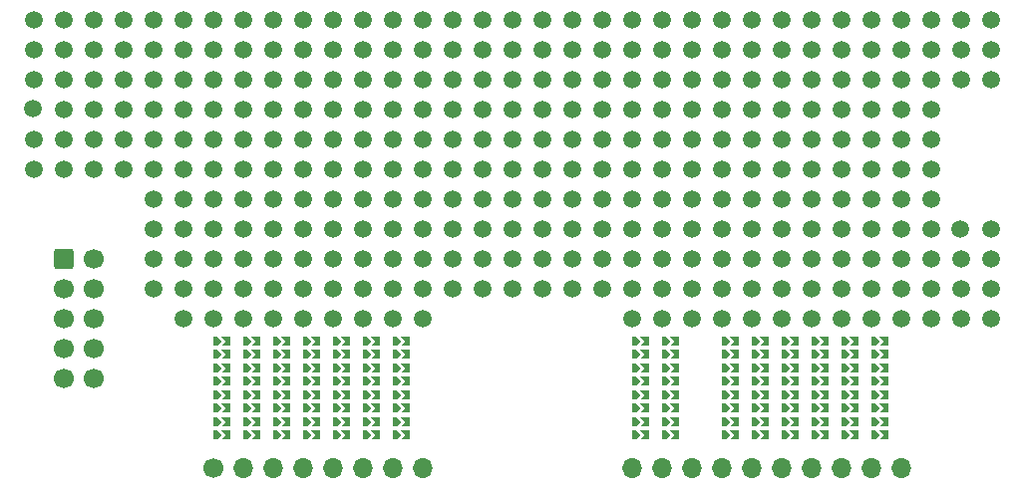
<source format=gbr>
%TF.GenerationSoftware,KiCad,Pcbnew,8.0.2-8.0.2-0~ubuntu22.04.1*%
%TF.CreationDate,2024-05-24T18:45:04+02:00*%
%TF.ProjectId,flipper-debug-devboard,666c6970-7065-4722-9d64-656275672d64,rev?*%
%TF.SameCoordinates,Original*%
%TF.FileFunction,Soldermask,Top*%
%TF.FilePolarity,Negative*%
%FSLAX46Y46*%
G04 Gerber Fmt 4.6, Leading zero omitted, Abs format (unit mm)*
G04 Created by KiCad (PCBNEW 8.0.2-8.0.2-0~ubuntu22.04.1) date 2024-05-24 18:45:04*
%MOMM*%
%LPD*%
G01*
G04 APERTURE LIST*
G04 Aperture macros list*
%AMRoundRect*
0 Rectangle with rounded corners*
0 $1 Rounding radius*
0 $2 $3 $4 $5 $6 $7 $8 $9 X,Y pos of 4 corners*
0 Add a 4 corners polygon primitive as box body*
4,1,4,$2,$3,$4,$5,$6,$7,$8,$9,$2,$3,0*
0 Add four circle primitives for the rounded corners*
1,1,$1+$1,$2,$3*
1,1,$1+$1,$4,$5*
1,1,$1+$1,$6,$7*
1,1,$1+$1,$8,$9*
0 Add four rect primitives between the rounded corners*
20,1,$1+$1,$2,$3,$4,$5,0*
20,1,$1+$1,$4,$5,$6,$7,0*
20,1,$1+$1,$6,$7,$8,$9,0*
20,1,$1+$1,$8,$9,$2,$3,0*%
%AMFreePoly0*
4,1,8,0.191000,0.380500,0.571500,0.000000,0.191000,-0.380500,0.191000,-0.381000,-0.191000,-0.381000,-0.191000,0.381000,0.191000,0.381000,0.191000,0.380500,0.191000,0.380500,$1*%
%AMFreePoly1*
4,1,8,0.191000,-0.381000,-0.191000,-0.381000,-0.571500,-0.381000,-0.191000,-0.000500,-0.191000,0.000500,-0.571500,0.381000,0.191000,0.381000,0.191000,-0.381000,0.191000,-0.381000,$1*%
G04 Aperture macros list end*
%ADD10C,1.500000*%
%ADD11FreePoly0,0.000000*%
%ADD12FreePoly1,0.000000*%
%ADD13RoundRect,0.250000X-0.600000X-0.600000X0.600000X-0.600000X0.600000X0.600000X-0.600000X0.600000X0*%
%ADD14C,1.700000*%
%ADD15O,1.700000X1.700000*%
G04 APERTURE END LIST*
D10*
%TO.C,*%
X149860000Y-104140000D03*
%TD*%
%TO.C,*%
X124460000Y-104140000D03*
%TD*%
%TO.C,*%
X101600000Y-104140000D03*
%TD*%
%TO.C,*%
X142240000Y-104140000D03*
%TD*%
%TO.C,*%
X106680000Y-104140000D03*
%TD*%
%TO.C,*%
X104140000Y-104140000D03*
%TD*%
%TO.C,*%
X73660000Y-104140000D03*
%TD*%
%TO.C,*%
X139700000Y-104140000D03*
%TD*%
%TO.C,*%
X144780000Y-104140000D03*
%TD*%
%TO.C,*%
X127000000Y-104140000D03*
%TD*%
%TO.C,*%
X76200000Y-104140000D03*
%TD*%
%TO.C,*%
X88900000Y-104140000D03*
%TD*%
%TO.C,*%
X99060000Y-104140000D03*
%TD*%
%TO.C,*%
X147320000Y-104140000D03*
%TD*%
%TO.C,*%
X86360000Y-104140000D03*
%TD*%
%TO.C,*%
X132080000Y-104140000D03*
%TD*%
%TO.C,*%
X83820000Y-104140000D03*
%TD*%
%TO.C,*%
X116840000Y-104140000D03*
%TD*%
%TO.C,*%
X93980000Y-104140000D03*
%TD*%
%TO.C,*%
X96520000Y-104140000D03*
%TD*%
%TO.C,*%
X91440000Y-104140000D03*
%TD*%
%TO.C,*%
X134620000Y-104140000D03*
%TD*%
%TO.C,*%
X71120000Y-104140000D03*
%TD*%
%TO.C,*%
X119380000Y-104140000D03*
%TD*%
%TO.C,*%
X81280000Y-104140000D03*
%TD*%
%TO.C,*%
X78740000Y-104140000D03*
%TD*%
%TO.C,*%
X109220000Y-104140000D03*
%TD*%
%TO.C,*%
X137160000Y-104140000D03*
%TD*%
%TO.C,*%
X114300000Y-104140000D03*
%TD*%
%TO.C,*%
X111760000Y-104140000D03*
%TD*%
%TO.C,*%
X152400000Y-104140000D03*
%TD*%
%TO.C,*%
X129540000Y-104140000D03*
%TD*%
%TO.C,*%
X121920000Y-104140000D03*
%TD*%
%TO.C,*%
X149860000Y-106680000D03*
%TD*%
%TO.C,*%
X124460000Y-106680000D03*
%TD*%
%TO.C,*%
X101600000Y-106680000D03*
%TD*%
%TO.C,*%
X142240000Y-106680000D03*
%TD*%
%TO.C,*%
X106680000Y-106680000D03*
%TD*%
%TO.C,*%
X104140000Y-106680000D03*
%TD*%
%TO.C,*%
X73660000Y-106680000D03*
%TD*%
%TO.C,*%
X139700000Y-106680000D03*
%TD*%
%TO.C,*%
X144780000Y-106680000D03*
%TD*%
%TO.C,*%
X127000000Y-106680000D03*
%TD*%
%TO.C,*%
X76200000Y-106680000D03*
%TD*%
%TO.C,*%
X88900000Y-106680000D03*
%TD*%
%TO.C,*%
X99060000Y-106680000D03*
%TD*%
%TO.C,*%
X147320000Y-106680000D03*
%TD*%
%TO.C,*%
X86360000Y-106680000D03*
%TD*%
%TO.C,*%
X132080000Y-106680000D03*
%TD*%
%TO.C,*%
X83820000Y-106680000D03*
%TD*%
%TO.C,*%
X116840000Y-106680000D03*
%TD*%
%TO.C,*%
X93980000Y-106680000D03*
%TD*%
%TO.C,*%
X96520000Y-106680000D03*
%TD*%
%TO.C,*%
X91440000Y-106680000D03*
%TD*%
%TO.C,*%
X134620000Y-106680000D03*
%TD*%
%TO.C,*%
X71120000Y-106680000D03*
%TD*%
%TO.C,*%
X119380000Y-106680000D03*
%TD*%
%TO.C,*%
X81280000Y-106680000D03*
%TD*%
%TO.C,*%
X78740000Y-106680000D03*
%TD*%
%TO.C,*%
X109220000Y-106680000D03*
%TD*%
%TO.C,*%
X137160000Y-106680000D03*
%TD*%
%TO.C,*%
X114300000Y-106680000D03*
%TD*%
%TO.C,*%
X111760000Y-106680000D03*
%TD*%
%TO.C,*%
X152400000Y-106680000D03*
%TD*%
%TO.C,*%
X129540000Y-106680000D03*
%TD*%
%TO.C,*%
X121920000Y-106680000D03*
%TD*%
D11*
%TO.C,REF\u002A\u002A*%
X139890500Y-131445000D03*
D12*
X141033500Y-131445000D03*
%TD*%
D10*
%TO.C,*%
X139700000Y-111760000D03*
%TD*%
%TO.C,*%
X86360000Y-121920000D03*
%TD*%
%TO.C,*%
X142240000Y-116840000D03*
%TD*%
%TO.C,*%
X88900000Y-121920000D03*
%TD*%
D11*
%TO.C,REF\u002A\u002A*%
X86550500Y-137160000D03*
D12*
X87693500Y-137160000D03*
%TD*%
D10*
%TO.C,*%
X134620000Y-111760000D03*
%TD*%
%TO.C,*%
X114300000Y-119380000D03*
%TD*%
%TO.C,*%
X149860000Y-124460000D03*
%TD*%
%TO.C,*%
X139700000Y-116840000D03*
%TD*%
%TO.C,*%
X111760000Y-121920000D03*
%TD*%
%TO.C,*%
X129540000Y-116840000D03*
%TD*%
%TO.C,*%
X152400000Y-109220000D03*
%TD*%
%TO.C,*%
X142240000Y-127000000D03*
%TD*%
D11*
%TO.C,REF\u002A\u002A*%
X129730500Y-134874000D03*
D12*
X130873500Y-134874000D03*
%TD*%
D10*
%TO.C,*%
X124460000Y-114300000D03*
%TD*%
%TO.C,*%
X114300000Y-116840000D03*
%TD*%
%TO.C,*%
X142240000Y-124460000D03*
%TD*%
%TO.C,*%
X119380000Y-119380000D03*
%TD*%
%TO.C,*%
X149839316Y-121912195D03*
%TD*%
%TO.C,*%
X109220000Y-119380000D03*
%TD*%
D11*
%TO.C,REF\u002A\u002A*%
X101790500Y-139446000D03*
D12*
X102933500Y-139446000D03*
%TD*%
D11*
%TO.C,REF\u002A\u002A*%
X137350500Y-132588000D03*
D12*
X138493500Y-132588000D03*
%TD*%
D10*
%TO.C,*%
X152400000Y-121920000D03*
%TD*%
D11*
%TO.C,REF\u002A\u002A*%
X137350500Y-131445000D03*
D12*
X138493500Y-131445000D03*
%TD*%
D10*
%TO.C,*%
X132080000Y-121920000D03*
%TD*%
%TO.C,*%
X93980000Y-119380000D03*
%TD*%
%TO.C,*%
X76200000Y-111760000D03*
%TD*%
%TO.C,*%
X149860000Y-129540000D03*
%TD*%
D11*
%TO.C,REF\u002A\u002A*%
X94170500Y-133731000D03*
D12*
X95313500Y-133731000D03*
%TD*%
D10*
%TO.C,*%
X88900000Y-124460000D03*
%TD*%
%TO.C,*%
X93980000Y-127000000D03*
%TD*%
D11*
%TO.C,REF\u002A\u002A*%
X139890500Y-132588000D03*
D12*
X141033500Y-132588000D03*
%TD*%
D10*
%TO.C,*%
X91440000Y-124460000D03*
%TD*%
D11*
%TO.C,REF\u002A\u002A*%
X132270500Y-137160000D03*
D12*
X133413500Y-137160000D03*
%TD*%
D10*
%TO.C,*%
X88900000Y-129540000D03*
%TD*%
%TO.C,*%
X109220000Y-116840000D03*
%TD*%
D11*
%TO.C,REF\u002A\u002A*%
X142430500Y-132588000D03*
D12*
X143573500Y-132588000D03*
%TD*%
D10*
%TO.C,*%
X114300000Y-121920000D03*
%TD*%
%TO.C,*%
X93980000Y-116840000D03*
%TD*%
%TO.C,*%
X147320000Y-116840000D03*
%TD*%
%TO.C,*%
X129540000Y-109220000D03*
%TD*%
%TO.C,*%
X111760000Y-124460000D03*
%TD*%
D13*
%TO.C,REF1*%
X73660000Y-124460000D03*
D14*
X76200000Y-124460000D03*
X73660000Y-127000000D03*
X76200000Y-127000000D03*
X73660000Y-129540000D03*
X76200000Y-129540000D03*
X73660000Y-132080000D03*
X76200000Y-132080000D03*
X73660000Y-134620000D03*
X76200000Y-134620000D03*
%TD*%
D10*
%TO.C,*%
X139700000Y-114300000D03*
%TD*%
D11*
%TO.C,REF\u002A\u002A*%
X86550500Y-134874000D03*
D12*
X87693500Y-134874000D03*
%TD*%
D11*
%TO.C,REF\u002A\u002A*%
X101790500Y-138303000D03*
D12*
X102933500Y-138303000D03*
%TD*%
D10*
%TO.C,*%
X106680000Y-114300000D03*
%TD*%
%TO.C,*%
X134620000Y-129540000D03*
%TD*%
%TO.C,*%
X111760000Y-116840000D03*
%TD*%
%TO.C,*%
X121920000Y-109220000D03*
%TD*%
D11*
%TO.C,REF\u002A\u002A*%
X86550500Y-132588000D03*
D12*
X87693500Y-132588000D03*
%TD*%
D10*
%TO.C,*%
X106680000Y-124460000D03*
%TD*%
D11*
%TO.C,REF\u002A\u002A*%
X124650500Y-136017000D03*
D12*
X125793500Y-136017000D03*
%TD*%
D11*
%TO.C,REF\u002A\u002A*%
X122110500Y-134874000D03*
D12*
X123253500Y-134874000D03*
%TD*%
D10*
%TO.C,*%
X121920000Y-116840000D03*
%TD*%
%TO.C,*%
X111760000Y-109220000D03*
%TD*%
%TO.C,*%
X144780000Y-121920000D03*
%TD*%
%TO.C,*%
X114300000Y-109220000D03*
%TD*%
%TO.C,*%
X142240000Y-129540000D03*
%TD*%
%TO.C,*%
X124460000Y-127000000D03*
%TD*%
%TO.C,*%
X104140000Y-121920000D03*
%TD*%
D11*
%TO.C,REF\u002A\u002A*%
X129730500Y-132588000D03*
D12*
X130873500Y-132588000D03*
%TD*%
D11*
%TO.C,REF\u002A\u002A*%
X89090500Y-132588000D03*
D12*
X90233500Y-132588000D03*
%TD*%
D10*
%TO.C,*%
X73660000Y-116840000D03*
%TD*%
%TO.C,*%
X144780000Y-119380000D03*
%TD*%
D11*
%TO.C,REF\u002A\u002A*%
X101790500Y-136017000D03*
D12*
X102933500Y-136017000D03*
%TD*%
D10*
%TO.C,*%
X137160000Y-109220000D03*
%TD*%
D11*
%TO.C,REF\u002A\u002A*%
X132270500Y-132588000D03*
D12*
X133413500Y-132588000D03*
%TD*%
D10*
%TO.C,*%
X139700000Y-121920000D03*
%TD*%
D11*
%TO.C,REF\u002A\u002A*%
X122110500Y-137160000D03*
D12*
X123253500Y-137160000D03*
%TD*%
D10*
%TO.C,*%
X106680000Y-121920000D03*
%TD*%
D11*
%TO.C,REF\u002A\u002A*%
X89090500Y-139446000D03*
D12*
X90233500Y-139446000D03*
%TD*%
D10*
%TO.C,*%
X88900000Y-119380000D03*
%TD*%
%TO.C,*%
X83820000Y-119380000D03*
%TD*%
%TO.C,*%
X104140000Y-116840000D03*
%TD*%
%TO.C,*%
X121920000Y-124460000D03*
%TD*%
D11*
%TO.C,REF\u002A\u002A*%
X89090500Y-134874000D03*
D12*
X90233500Y-134874000D03*
%TD*%
D11*
%TO.C,REF\u002A\u002A*%
X96710500Y-139446000D03*
D12*
X97853500Y-139446000D03*
%TD*%
D11*
%TO.C,REF\u002A\u002A*%
X86550500Y-131445000D03*
D12*
X87693500Y-131445000D03*
%TD*%
D10*
%TO.C,*%
X119380000Y-127000000D03*
%TD*%
%TO.C,*%
X116840000Y-127000000D03*
%TD*%
D11*
%TO.C,REF\u002A\u002A*%
X132270500Y-138303000D03*
D12*
X133413500Y-138303000D03*
%TD*%
D10*
%TO.C,*%
X93980000Y-114300000D03*
%TD*%
D11*
%TO.C,REF\u002A\u002A*%
X96710500Y-136017000D03*
D12*
X97853500Y-136017000D03*
%TD*%
D10*
%TO.C,*%
X71120000Y-116840000D03*
%TD*%
%TO.C,*%
X83820000Y-121920000D03*
%TD*%
D11*
%TO.C,REF\u002A\u002A*%
X91630500Y-131445000D03*
D12*
X92773500Y-131445000D03*
%TD*%
D10*
%TO.C,*%
X139700000Y-119380000D03*
%TD*%
%TO.C,*%
X114300000Y-124460000D03*
%TD*%
%TO.C,*%
X144780000Y-111760000D03*
%TD*%
D11*
%TO.C,REF\u002A\u002A*%
X91630500Y-137160000D03*
D12*
X92773500Y-137160000D03*
%TD*%
D11*
%TO.C,REF\u002A\u002A*%
X86550500Y-139446000D03*
D12*
X87693500Y-139446000D03*
%TD*%
D10*
%TO.C,*%
X101600000Y-127000000D03*
%TD*%
%TO.C,*%
X124460000Y-111760000D03*
%TD*%
D11*
%TO.C,REF\u002A\u002A*%
X124650500Y-139446000D03*
D12*
X125793500Y-139446000D03*
%TD*%
D10*
%TO.C,*%
X114300000Y-127000000D03*
%TD*%
%TO.C,*%
X109220000Y-109220000D03*
%TD*%
%TO.C,*%
X134620000Y-124460000D03*
%TD*%
%TO.C,*%
X142240000Y-121920000D03*
%TD*%
%TO.C,*%
X104140000Y-111760000D03*
%TD*%
%TO.C,*%
X96520000Y-127000000D03*
%TD*%
D11*
%TO.C,REF\u002A\u002A*%
X124650500Y-132588000D03*
D12*
X125793500Y-132588000D03*
%TD*%
D10*
%TO.C,*%
X132080000Y-114300000D03*
%TD*%
%TO.C,*%
X116840000Y-124460000D03*
%TD*%
%TO.C,*%
X137160000Y-129540000D03*
%TD*%
%TO.C,*%
X96520000Y-114300000D03*
%TD*%
%TO.C,*%
X88900000Y-127000000D03*
%TD*%
%TO.C,*%
X86360000Y-114300000D03*
%TD*%
%TO.C,*%
X147320000Y-111760000D03*
%TD*%
%TO.C,*%
X137160000Y-114300000D03*
%TD*%
D11*
%TO.C,REF\u002A\u002A*%
X96710500Y-134874000D03*
D12*
X97853500Y-134874000D03*
%TD*%
D10*
%TO.C,*%
X83820000Y-124460000D03*
%TD*%
%TO.C,*%
X129540000Y-129540000D03*
%TD*%
%TO.C,*%
X86360000Y-127000000D03*
%TD*%
%TO.C,*%
X137160000Y-121920000D03*
%TD*%
%TO.C,*%
X132080000Y-119380000D03*
%TD*%
D11*
%TO.C,REF\u002A\u002A*%
X132270500Y-136017000D03*
D12*
X133413500Y-136017000D03*
%TD*%
D10*
%TO.C,*%
X147320000Y-114300000D03*
%TD*%
D11*
%TO.C,REF\u002A\u002A*%
X137350500Y-139446000D03*
D12*
X138493500Y-139446000D03*
%TD*%
D10*
%TO.C,*%
X144780000Y-114300000D03*
%TD*%
%TO.C,*%
X119380000Y-121920000D03*
%TD*%
D11*
%TO.C,REF\u002A\u002A*%
X94170500Y-132588000D03*
D12*
X95313500Y-132588000D03*
%TD*%
D10*
%TO.C,*%
X78740000Y-109220000D03*
%TD*%
%TO.C,*%
X101600000Y-129540000D03*
%TD*%
D11*
%TO.C,REF\u002A\u002A*%
X142430500Y-136017000D03*
D12*
X143573500Y-136017000D03*
%TD*%
D11*
%TO.C,REF\u002A\u002A*%
X99250500Y-134874000D03*
D12*
X100393500Y-134874000D03*
%TD*%
D11*
%TO.C,REF\u002A\u002A*%
X99250500Y-137160000D03*
D12*
X100393500Y-137160000D03*
%TD*%
D10*
%TO.C,*%
X96520000Y-129540000D03*
%TD*%
%TO.C,*%
X119380000Y-111760000D03*
%TD*%
D11*
%TO.C,REF\u002A\u002A*%
X91630500Y-133731000D03*
D12*
X92773500Y-133731000D03*
%TD*%
D10*
%TO.C,*%
X111760000Y-114300000D03*
%TD*%
D11*
%TO.C,REF\u002A\u002A*%
X122110500Y-139446000D03*
D12*
X123253500Y-139446000D03*
%TD*%
D10*
%TO.C,*%
X132080000Y-127000000D03*
%TD*%
%TO.C,*%
X81280000Y-109220000D03*
%TD*%
D11*
%TO.C,REF\u002A\u002A*%
X96710500Y-133731000D03*
D12*
X97853500Y-133731000D03*
%TD*%
D10*
%TO.C,*%
X119380000Y-109220000D03*
%TD*%
%TO.C,*%
X71120000Y-109220000D03*
%TD*%
%TO.C,*%
X86360000Y-119380000D03*
%TD*%
%TO.C,*%
X81280000Y-116840000D03*
%TD*%
%TO.C,*%
X134620000Y-109220000D03*
%TD*%
%TO.C,*%
X71095966Y-111688191D03*
%TD*%
D11*
%TO.C,REF\u002A\u002A*%
X139890500Y-139446000D03*
D12*
X141033500Y-139446000D03*
%TD*%
D10*
%TO.C,*%
X104140000Y-119380000D03*
%TD*%
D11*
%TO.C,REF\u002A\u002A*%
X134810500Y-136017000D03*
D12*
X135953500Y-136017000D03*
%TD*%
D10*
%TO.C,*%
X152400000Y-124460000D03*
%TD*%
D11*
%TO.C,REF\u002A\u002A*%
X139890500Y-134874000D03*
D12*
X141033500Y-134874000D03*
%TD*%
D10*
%TO.C,*%
X116840000Y-119380000D03*
%TD*%
%TO.C,*%
X142240000Y-111760000D03*
%TD*%
D11*
%TO.C,REF\u002A\u002A*%
X129730500Y-133731000D03*
D12*
X130873500Y-133731000D03*
%TD*%
D11*
%TO.C,REF\u002A\u002A*%
X139890500Y-138303000D03*
D12*
X141033500Y-138303000D03*
%TD*%
D10*
%TO.C,*%
X127000000Y-114300000D03*
%TD*%
%TO.C,*%
X71120000Y-114300000D03*
%TD*%
%TO.C,*%
X91440000Y-111760000D03*
%TD*%
%TO.C,*%
X73660000Y-114300000D03*
%TD*%
D11*
%TO.C,REF\u002A\u002A*%
X94170500Y-131445000D03*
D12*
X95313500Y-131445000D03*
%TD*%
D11*
%TO.C,REF\u002A\u002A*%
X137350500Y-137160000D03*
D12*
X138493500Y-137160000D03*
%TD*%
D10*
%TO.C,*%
X127000000Y-124460000D03*
%TD*%
%TO.C,*%
X116840000Y-121920000D03*
%TD*%
%TO.C,*%
X91440000Y-109220000D03*
%TD*%
%TO.C,*%
X134620000Y-121920000D03*
%TD*%
%TO.C,*%
X116840000Y-111760000D03*
%TD*%
D11*
%TO.C,REF\u002A\u002A*%
X101790500Y-137160000D03*
D12*
X102933500Y-137160000D03*
%TD*%
D10*
%TO.C,*%
X101600000Y-124460000D03*
%TD*%
%TO.C,*%
X137160000Y-111760000D03*
%TD*%
%TO.C,*%
X127000000Y-116840000D03*
%TD*%
%TO.C,*%
X106680000Y-116840000D03*
%TD*%
%TO.C,*%
X127000000Y-127000000D03*
%TD*%
%TO.C,*%
X96520000Y-109220000D03*
%TD*%
D11*
%TO.C,REF\u002A\u002A*%
X99250500Y-133731000D03*
D12*
X100393500Y-133731000D03*
%TD*%
D10*
%TO.C,*%
X127000000Y-129540000D03*
%TD*%
%TO.C,*%
X137160000Y-127000000D03*
%TD*%
%TO.C,*%
X78740000Y-116840000D03*
%TD*%
%TO.C,*%
X139700000Y-129540000D03*
%TD*%
%TO.C,*%
X99060000Y-124460000D03*
%TD*%
%TO.C,*%
X124460000Y-119380000D03*
%TD*%
%TO.C,*%
X147320000Y-119380000D03*
%TD*%
%TO.C,*%
X144780000Y-129540000D03*
%TD*%
%TO.C,*%
X119380000Y-116840000D03*
%TD*%
D11*
%TO.C,REF\u002A\u002A*%
X142430500Y-138303000D03*
D12*
X143573500Y-138303000D03*
%TD*%
D11*
%TO.C,REF\u002A\u002A*%
X122110500Y-136017000D03*
D12*
X123253500Y-136017000D03*
%TD*%
D11*
%TO.C,REF\u002A\u002A*%
X139890500Y-137160000D03*
D12*
X141033500Y-137160000D03*
%TD*%
D10*
%TO.C,*%
X116840000Y-114300000D03*
%TD*%
D11*
%TO.C,REF\u002A\u002A*%
X124650500Y-138303000D03*
D12*
X125793500Y-138303000D03*
%TD*%
D11*
%TO.C,REF\u002A\u002A*%
X91630500Y-138303000D03*
D12*
X92773500Y-138303000D03*
%TD*%
D10*
%TO.C,*%
X129540000Y-127000000D03*
%TD*%
%TO.C,*%
X91440000Y-119380000D03*
%TD*%
%TO.C,*%
X147320000Y-129540000D03*
%TD*%
D11*
%TO.C,REF\u002A\u002A*%
X132270500Y-131445000D03*
D12*
X133413500Y-131445000D03*
%TD*%
D10*
%TO.C,*%
X116840000Y-116840000D03*
%TD*%
%TO.C,*%
X132080000Y-129540000D03*
%TD*%
D11*
%TO.C,REF\u002A\u002A*%
X89090500Y-138303000D03*
D12*
X90233500Y-138303000D03*
%TD*%
D11*
%TO.C,REF\u002A\u002A*%
X134810500Y-134874000D03*
D12*
X135953500Y-134874000D03*
%TD*%
D10*
%TO.C,*%
X83820000Y-116840000D03*
%TD*%
%TO.C,*%
X93980000Y-109220000D03*
%TD*%
D11*
%TO.C,REF\u002A\u002A*%
X96710500Y-138303000D03*
D12*
X97853500Y-138303000D03*
%TD*%
D10*
%TO.C,*%
X81280000Y-124460000D03*
%TD*%
%TO.C,*%
X101600000Y-119380000D03*
%TD*%
%TO.C,*%
X127000000Y-111760000D03*
%TD*%
%TO.C,*%
X121920000Y-119380000D03*
%TD*%
%TO.C,*%
X116840000Y-109220000D03*
%TD*%
D11*
%TO.C,REF\u002A\u002A*%
X96710500Y-131445000D03*
D12*
X97853500Y-131445000D03*
%TD*%
D10*
%TO.C,*%
X81280000Y-111760000D03*
%TD*%
D11*
%TO.C,REF\u002A\u002A*%
X134810500Y-133731000D03*
D12*
X135953500Y-133731000D03*
%TD*%
D11*
%TO.C,REF\u002A\u002A*%
X139890500Y-133731000D03*
D12*
X141033500Y-133731000D03*
%TD*%
D10*
%TO.C,*%
X86360000Y-129540000D03*
%TD*%
%TO.C,*%
X83820000Y-114300000D03*
%TD*%
%TO.C,*%
X99060000Y-119380000D03*
%TD*%
D11*
%TO.C,REF\u002A\u002A*%
X101790500Y-132588000D03*
D12*
X102933500Y-132588000D03*
%TD*%
D10*
%TO.C,*%
X109220000Y-121920000D03*
%TD*%
D11*
%TO.C,REF\u002A\u002A*%
X91630500Y-136017000D03*
D12*
X92773500Y-136017000D03*
%TD*%
D11*
%TO.C,REF\u002A\u002A*%
X134810500Y-138303000D03*
D12*
X135953500Y-138303000D03*
%TD*%
D10*
%TO.C,*%
X129540000Y-119380000D03*
%TD*%
%TO.C,*%
X83820000Y-109220000D03*
%TD*%
D11*
%TO.C,REF\u002A\u002A*%
X101790500Y-131445000D03*
D12*
X102933500Y-131445000D03*
%TD*%
D10*
%TO.C,*%
X129540000Y-114300000D03*
%TD*%
%TO.C,*%
X132080000Y-109220000D03*
%TD*%
%TO.C,*%
X83820000Y-127000000D03*
%TD*%
D11*
%TO.C,REF\u002A\u002A*%
X129730500Y-139446000D03*
D12*
X130873500Y-139446000D03*
%TD*%
D10*
%TO.C,*%
X91440000Y-127000000D03*
%TD*%
%TO.C,*%
X99060000Y-111760000D03*
%TD*%
D11*
%TO.C,REF\u002A\u002A*%
X142430500Y-139446000D03*
D12*
X143573500Y-139446000D03*
%TD*%
D10*
%TO.C,*%
X96520000Y-116840000D03*
%TD*%
%TO.C,*%
X101600000Y-121920000D03*
%TD*%
D11*
%TO.C,REF\u002A\u002A*%
X86550500Y-133731000D03*
D12*
X87693500Y-133731000D03*
%TD*%
D10*
%TO.C,*%
X93980000Y-129540000D03*
%TD*%
%TO.C,*%
X86360000Y-109220000D03*
%TD*%
%TO.C,*%
X101600000Y-114300000D03*
%TD*%
%TO.C,*%
X96520000Y-121920000D03*
%TD*%
%TO.C,*%
X83820000Y-111760000D03*
%TD*%
%TO.C,*%
X88900000Y-111760000D03*
%TD*%
%TO.C,*%
X121920000Y-121920000D03*
%TD*%
%TO.C,*%
X124460000Y-121920000D03*
%TD*%
%TO.C,*%
X147320000Y-109220000D03*
%TD*%
%TO.C,*%
X91440000Y-129540000D03*
%TD*%
D11*
%TO.C,REF\u002A\u002A*%
X124650500Y-131445000D03*
D12*
X125793500Y-131445000D03*
%TD*%
D10*
%TO.C,*%
X124460000Y-124460000D03*
%TD*%
%TO.C,*%
X99060000Y-109220000D03*
%TD*%
%TO.C,*%
X114300000Y-111760000D03*
%TD*%
D11*
%TO.C,REF\u002A\u002A*%
X129730500Y-137160000D03*
D12*
X130873500Y-137160000D03*
%TD*%
D10*
%TO.C,*%
X121920000Y-127000000D03*
%TD*%
%TO.C,*%
X104140000Y-129540000D03*
%TD*%
%TO.C,*%
X81280000Y-127000000D03*
%TD*%
%TO.C,*%
X88900000Y-109220000D03*
%TD*%
%TO.C,*%
X129540000Y-124460000D03*
%TD*%
D11*
%TO.C,REF\u002A\u002A*%
X99250500Y-138303000D03*
D12*
X100393500Y-138303000D03*
%TD*%
D10*
%TO.C,*%
X114300000Y-114300000D03*
%TD*%
D11*
%TO.C,REF\u002A\u002A*%
X89090500Y-136017000D03*
D12*
X90233500Y-136017000D03*
%TD*%
D10*
%TO.C,*%
X93980000Y-111760000D03*
%TD*%
%TO.C,*%
X86360000Y-124460000D03*
%TD*%
%TO.C,*%
X144780000Y-127000000D03*
%TD*%
%TO.C,*%
X76200000Y-109220000D03*
%TD*%
%TO.C,*%
X142240000Y-114300000D03*
%TD*%
%TO.C,*%
X132080000Y-116840000D03*
%TD*%
%TO.C,*%
X109220000Y-111760000D03*
%TD*%
%TO.C,*%
X142240000Y-119380000D03*
%TD*%
%TO.C,*%
X144780000Y-124460000D03*
%TD*%
D11*
%TO.C,REF\u002A\u002A*%
X124650500Y-133731000D03*
D12*
X125793500Y-133731000D03*
%TD*%
D10*
%TO.C,*%
X91440000Y-116840000D03*
%TD*%
D11*
%TO.C,REF\u002A\u002A*%
X124650500Y-134874000D03*
D12*
X125793500Y-134874000D03*
%TD*%
D11*
%TO.C,REF\u002A\u002A*%
X122110500Y-131445000D03*
D12*
X123253500Y-131445000D03*
%TD*%
D11*
%TO.C,REF\u002A\u002A*%
X101790500Y-134874000D03*
D12*
X102933500Y-134874000D03*
%TD*%
D10*
%TO.C,*%
X121920000Y-129540000D03*
%TD*%
D11*
%TO.C,REF\u002A\u002A*%
X86550500Y-138303000D03*
D12*
X87693500Y-138303000D03*
%TD*%
D11*
%TO.C,REF\u002A\u002A*%
X99250500Y-131445000D03*
D12*
X100393500Y-131445000D03*
%TD*%
D11*
%TO.C,REF\u002A\u002A*%
X89090500Y-137160000D03*
D12*
X90233500Y-137160000D03*
%TD*%
D10*
%TO.C,*%
X99060000Y-114300000D03*
%TD*%
D11*
%TO.C,REF\u002A\u002A*%
X91630500Y-139446000D03*
D12*
X92773500Y-139446000D03*
%TD*%
D11*
%TO.C,REF\u002A\u002A*%
X99250500Y-132588000D03*
D12*
X100393500Y-132588000D03*
%TD*%
D11*
%TO.C,REF\u002A\u002A*%
X137350500Y-134874000D03*
D12*
X138493500Y-134874000D03*
%TD*%
D11*
%TO.C,REF\u002A\u002A*%
X99250500Y-139446000D03*
D12*
X100393500Y-139446000D03*
%TD*%
D10*
%TO.C,*%
X152400000Y-127000000D03*
%TD*%
%TO.C,*%
X129540000Y-111760000D03*
%TD*%
D11*
%TO.C,REF\u002A\u002A*%
X96710500Y-137160000D03*
D12*
X97853500Y-137160000D03*
%TD*%
D10*
%TO.C,*%
X96520000Y-124460000D03*
%TD*%
%TO.C,*%
X93980000Y-124460000D03*
%TD*%
D11*
%TO.C,REF\u002A\u002A*%
X132270500Y-133731000D03*
D12*
X133413500Y-133731000D03*
%TD*%
D10*
%TO.C,*%
X127000000Y-109220000D03*
%TD*%
%TO.C,*%
X147320000Y-121920000D03*
%TD*%
%TO.C,*%
X73660000Y-111760000D03*
%TD*%
%TO.C,*%
X106680000Y-127000000D03*
%TD*%
D11*
%TO.C,REF\u002A\u002A*%
X122110500Y-138303000D03*
D12*
X123253500Y-138303000D03*
%TD*%
D10*
%TO.C,*%
X91440000Y-114300000D03*
%TD*%
D11*
%TO.C,REF\u002A\u002A*%
X101790500Y-133731000D03*
D12*
X102933500Y-133731000D03*
%TD*%
D10*
%TO.C,*%
X144780000Y-109220000D03*
%TD*%
D11*
%TO.C,REF\u002A\u002A*%
X134810500Y-131445000D03*
D12*
X135953500Y-131445000D03*
%TD*%
D11*
%TO.C,REF\u002A\u002A*%
X94170500Y-138303000D03*
D12*
X95313500Y-138303000D03*
%TD*%
D11*
%TO.C,REF\u002A\u002A*%
X129730500Y-131445000D03*
D12*
X130873500Y-131445000D03*
%TD*%
D10*
%TO.C,*%
X134620000Y-116840000D03*
%TD*%
%TO.C,*%
X137160000Y-116840000D03*
%TD*%
D11*
%TO.C,REF\u002A\u002A*%
X96710500Y-132588000D03*
D12*
X97853500Y-132588000D03*
%TD*%
D11*
%TO.C,REF\u002A\u002A*%
X86550500Y-136017000D03*
D12*
X87693500Y-136017000D03*
%TD*%
D10*
%TO.C,*%
X101600000Y-116840000D03*
%TD*%
%TO.C,*%
X99060000Y-129540000D03*
%TD*%
D11*
%TO.C,REF\u002A\u002A*%
X134810500Y-137160000D03*
D12*
X135953500Y-137160000D03*
%TD*%
D10*
%TO.C,*%
X147320000Y-124460000D03*
%TD*%
%TO.C,*%
X76200000Y-114300000D03*
%TD*%
%TO.C,*%
X83820000Y-129540000D03*
%TD*%
%TO.C,*%
X109220000Y-124460000D03*
%TD*%
%TO.C,*%
X139700000Y-109220000D03*
%TD*%
D11*
%TO.C,REF\u002A\u002A*%
X89090500Y-133731000D03*
D12*
X90233500Y-133731000D03*
%TD*%
D11*
%TO.C,REF\u002A\u002A*%
X142430500Y-131445000D03*
D12*
X143573500Y-131445000D03*
%TD*%
D10*
%TO.C,*%
X139700000Y-127000000D03*
%TD*%
D11*
%TO.C,REF\u002A\u002A*%
X91630500Y-132588000D03*
D12*
X92773500Y-132588000D03*
%TD*%
D10*
%TO.C,*%
X132080000Y-111760000D03*
%TD*%
D11*
%TO.C,REF\u002A\u002A*%
X91630500Y-134874000D03*
D12*
X92773500Y-134874000D03*
%TD*%
D11*
%TO.C,REF\u002A\u002A*%
X122110500Y-132588000D03*
D12*
X123253500Y-132588000D03*
%TD*%
D11*
%TO.C,REF\u002A\u002A*%
X94170500Y-137160000D03*
D12*
X95313500Y-137160000D03*
%TD*%
D10*
%TO.C,*%
X99060000Y-121920000D03*
%TD*%
%TO.C,*%
X73660000Y-109220000D03*
%TD*%
%TO.C,*%
X137160000Y-119380000D03*
%TD*%
D11*
%TO.C,REF\u002A\u002A*%
X134810500Y-132588000D03*
D12*
X135953500Y-132588000D03*
%TD*%
D11*
%TO.C,REF\u002A\u002A*%
X132270500Y-134874000D03*
D12*
X133413500Y-134874000D03*
%TD*%
D11*
%TO.C,REF\u002A\u002A*%
X89090500Y-131445000D03*
D12*
X90233500Y-131445000D03*
%TD*%
D10*
%TO.C,*%
X88900000Y-116840000D03*
%TD*%
%TO.C,*%
X119380000Y-124460000D03*
%TD*%
%TO.C,*%
X139700000Y-124460000D03*
%TD*%
D11*
%TO.C,REF\u002A\u002A*%
X137350500Y-133731000D03*
D12*
X138493500Y-133731000D03*
%TD*%
D10*
%TO.C,*%
X132080000Y-124460000D03*
%TD*%
%TO.C,*%
X78740000Y-111760000D03*
%TD*%
%TO.C,*%
X137160000Y-124460000D03*
%TD*%
%TO.C,*%
X104140000Y-109220000D03*
%TD*%
D11*
%TO.C,REF\u002A\u002A*%
X94170500Y-136017000D03*
D12*
X95313500Y-136017000D03*
%TD*%
D10*
%TO.C,*%
X106680000Y-119380000D03*
%TD*%
D11*
%TO.C,REF\u002A\u002A*%
X142430500Y-134874000D03*
D12*
X143573500Y-134874000D03*
%TD*%
D10*
%TO.C,*%
X86360000Y-116840000D03*
%TD*%
%TO.C,*%
X96520000Y-119380000D03*
%TD*%
%TO.C,*%
X121920000Y-114300000D03*
%TD*%
%TO.C,*%
X81280000Y-114300000D03*
%TD*%
%TO.C,*%
X106680000Y-109220000D03*
%TD*%
%TO.C,*%
X109220000Y-114300000D03*
%TD*%
%TO.C,*%
X129540000Y-121920000D03*
%TD*%
D11*
%TO.C,REF\u002A\u002A*%
X139890500Y-136017000D03*
D12*
X141033500Y-136017000D03*
%TD*%
D10*
%TO.C,*%
X111760000Y-119380000D03*
%TD*%
%TO.C,*%
X104140000Y-127000000D03*
%TD*%
%TO.C,*%
X88900000Y-114300000D03*
%TD*%
%TO.C,*%
X142240000Y-109220000D03*
%TD*%
D11*
%TO.C,REF\u002A\u002A*%
X129730500Y-136017000D03*
D12*
X130873500Y-136017000D03*
%TD*%
D10*
%TO.C,*%
X152400000Y-129540000D03*
%TD*%
%TO.C,*%
X109220000Y-127000000D03*
%TD*%
%TO.C,*%
X99060000Y-116840000D03*
%TD*%
D11*
%TO.C,REF\u002A\u002A*%
X134810500Y-139446000D03*
D12*
X135953500Y-139446000D03*
%TD*%
D10*
%TO.C,*%
X134620000Y-119380000D03*
%TD*%
%TO.C,*%
X101600000Y-109220000D03*
%TD*%
%TO.C,*%
X81280000Y-121920000D03*
%TD*%
%TO.C,*%
X91440000Y-121920000D03*
%TD*%
D11*
%TO.C,REF\u002A\u002A*%
X129730500Y-138303000D03*
D12*
X130873500Y-138303000D03*
%TD*%
D11*
%TO.C,REF\u002A\u002A*%
X137350500Y-138303000D03*
D12*
X138493500Y-138303000D03*
%TD*%
D10*
%TO.C,*%
X134620000Y-127000000D03*
%TD*%
D11*
%TO.C,REF\u002A\u002A*%
X132270500Y-139446000D03*
D12*
X133413500Y-139446000D03*
%TD*%
D10*
%TO.C,*%
X93980000Y-121920000D03*
%TD*%
%TO.C,*%
X127000000Y-121920000D03*
%TD*%
%TO.C,*%
X147320000Y-127000000D03*
%TD*%
%TO.C,*%
X119380000Y-114300000D03*
%TD*%
%TO.C,*%
X111760000Y-111760000D03*
%TD*%
D11*
%TO.C,REF\u002A\u002A*%
X142430500Y-137160000D03*
D12*
X143573500Y-137160000D03*
%TD*%
D10*
%TO.C,*%
X78740000Y-114300000D03*
%TD*%
D11*
%TO.C,REF\u002A\u002A*%
X94170500Y-139446000D03*
D12*
X95313500Y-139446000D03*
%TD*%
D11*
%TO.C,REF\u002A\u002A*%
X124650500Y-137160000D03*
D12*
X125793500Y-137160000D03*
%TD*%
D10*
%TO.C,*%
X104140000Y-114300000D03*
%TD*%
D11*
%TO.C,REF\u002A\u002A*%
X142430500Y-133731000D03*
D12*
X143573500Y-133731000D03*
%TD*%
D10*
%TO.C,*%
X124460000Y-109220000D03*
%TD*%
D11*
%TO.C,REF\u002A\u002A*%
X122110500Y-133731000D03*
D12*
X123253500Y-133731000D03*
%TD*%
D10*
%TO.C,*%
X127000000Y-119380000D03*
%TD*%
%TO.C,*%
X134620000Y-114300000D03*
%TD*%
D11*
%TO.C,REF\u002A\u002A*%
X94170500Y-134874000D03*
D12*
X95313500Y-134874000D03*
%TD*%
D10*
%TO.C,*%
X144780000Y-116840000D03*
%TD*%
%TO.C,*%
X149860000Y-109220000D03*
%TD*%
%TO.C,*%
X76200000Y-116840000D03*
%TD*%
%TO.C,*%
X104140000Y-124460000D03*
%TD*%
%TO.C,*%
X101600000Y-111760000D03*
%TD*%
%TO.C,*%
X96520000Y-111760000D03*
%TD*%
D11*
%TO.C,REF\u002A\u002A*%
X99250500Y-136017000D03*
D12*
X100393500Y-136017000D03*
%TD*%
D10*
%TO.C,*%
X124460000Y-129540000D03*
%TD*%
%TO.C,*%
X86360000Y-111760000D03*
%TD*%
%TO.C,*%
X81280000Y-119380000D03*
%TD*%
%TO.C,*%
X99060000Y-127000000D03*
%TD*%
%TO.C,*%
X149860000Y-127000000D03*
%TD*%
%TO.C,*%
X124460000Y-116840000D03*
%TD*%
%TO.C,*%
X121920000Y-111760000D03*
%TD*%
%TO.C,*%
X106680000Y-111760000D03*
%TD*%
D11*
%TO.C,REF\u002A\u002A*%
X137350500Y-136017000D03*
D12*
X138493500Y-136017000D03*
%TD*%
D10*
%TO.C,*%
X111760000Y-127000000D03*
%TD*%
D15*
%TO.C,REF3*%
X121920000Y-142240000D03*
X124460000Y-142240000D03*
X127000000Y-142240000D03*
X129540000Y-142240000D03*
X132080000Y-142240000D03*
X134620000Y-142240000D03*
X137160000Y-142240000D03*
X139700000Y-142240000D03*
X142240000Y-142240000D03*
X144780000Y-142240000D03*
%TD*%
D14*
%TO.C,REF2*%
X86360000Y-142240000D03*
D15*
X88900000Y-142240000D03*
X91440000Y-142240000D03*
X93980000Y-142240000D03*
X96520000Y-142240000D03*
X99060000Y-142240000D03*
X101600000Y-142240000D03*
X104140000Y-142240000D03*
%TD*%
M02*

</source>
